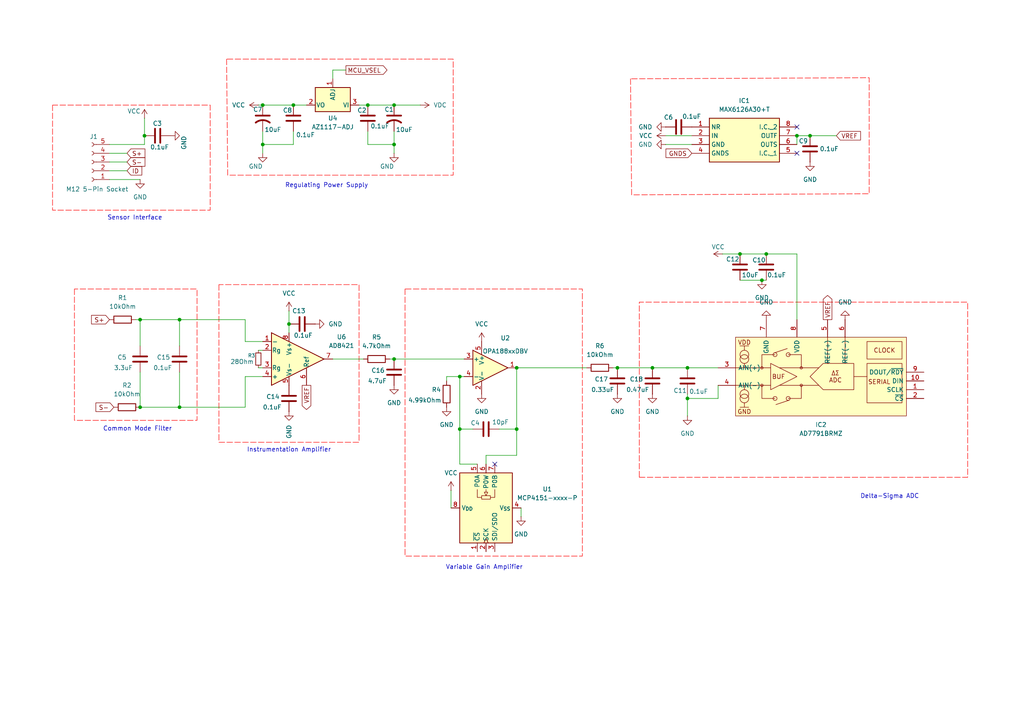
<source format=kicad_sch>
(kicad_sch (version 20250114) (generator "eeschema") (generator_version "9.0")
  (paper "A4")
  (title_block (title "Innovatest Mobile Force Verification Unit Measurement Chain") (date "2025-11-20") (rev "3.0") (comment 1 "Author: Justin Julius Chin Cheong"))
  (lib_symbols
    (symbol "Amplifier_Instrumentation:AD8421" (pin_names (offset 0.127))
      (property "Reference" "U" (at 3.81 7.62 0))
      (property "Value" "AD8421" (at 3.81 5.08 0))
      (symbol "AD8421_0_1"
        (polyline (pts (xy -7.62 7.62) (xy -7.62 -7.62) (xy 7.62 0) (xy -7.62 7.62)) (stroke (width 0.254)) (fill (type background)))
      )
      (symbol "AD8421_1_1"
        (pin input line (at -10.16 5.08 0) (length 2.54) (name "-") (number "1"))
        (pin passive line (at -10.16 2.54 0) (length 2.54) (name "Rg") (number "2"))
        (pin passive line (at -10.16 -2.54 0) (length 2.54) (name "Rg") (number "3"))
        (pin input line (at -10.16 -5.08 0) (length 2.54) (name "+") (number "4"))
        (pin power_in line (at -2.54 7.62 270) (length 2.54) (name "Vs+") (number "8"))
        (pin power_in line (at -2.54 -7.62 90) (length 2.54) (name "Vs-") (number "5"))
        (pin passive line (at 2.54 -7.62 90) (length 5.08) (name "Ref") (number "6"))
        (pin output line (at 10.16 0 180) (length 2.54) (name "~") (number "7"))
      )
    )
    (symbol "Amplifier_Operational:OPA188xxDBV" (pin_names (offset 0.127))
      (property "Reference" "U" (at 0 5.08 0))
      (property "Value" "OPA188xxDBV" (at 0 -5.08 0))
      (symbol "OPA188xxDBV_0_1"
        (polyline (pts (xy -5.08 5.08) (xy 5.08 0) (xy -5.08 -5.08) (xy -5.08 5.08)) (stroke (width 0.254)) (fill (type background)))
        (pin power_in line (at -2.54 7.62 270) (length 3.81) (name "V+") (number "5"))
        (pin power_in line (at -2.54 -7.62 90) (length 3.81) (name "V-") (number "2"))
      )
      (symbol "OPA188xxDBV_1_1"
        (pin input line (at -7.62 2.54 0) (length 2.54) (name "+") (number "3"))
        (pin input line (at -7.62 -2.54 0) (length 2.54) (name "-") (number "4"))
        (pin output line (at 7.62 0 180) (length 2.54) (name "~") (number "1"))
      )
    )
    (symbol "Connector:Conn_01x05_Socket" (pin_names (offset 1.016) (hide yes))
      (property "Reference" "J" (at 0 7.62 0))
      (property "Value" "Conn_01x05_Socket" (at 0 -7.62 0))
      (symbol "Conn_01x05_Socket_1_1"
        (polyline (pts (xy -1.27 5.08) (xy -0.508 5.08)) (stroke (width 0.1524)))
        (polyline (pts (xy -1.27 2.54) (xy -0.508 2.54)) (stroke (width 0.1524)))
        (polyline (pts (xy -1.27 0) (xy -0.508 0)) (stroke (width 0.1524)))
        (polyline (pts (xy -1.27 -2.54) (xy -0.508 -2.54)) (stroke (width 0.1524)))
        (polyline (pts (xy -1.27 -5.08) (xy -0.508 -5.08)) (stroke (width 0.1524)))
        (arc (start 0 4.572) (mid -0.5058 5.08) (end 0 5.588) (stroke (width 0.1524)))
        (arc (start 0 2.032) (mid -0.5058 2.54) (end 0 3.048) (stroke (width 0.1524)))
        (arc (start 0 -0.508) (mid -0.5058 0) (end 0 0.508) (stroke (width 0.1524)))
        (arc (start 0 -3.048) (mid -0.5058 -2.54) (end 0 -2.032) (stroke (width 0.1524)))
        (arc (start 0 -5.588) (mid -0.5058 -5.08) (end 0 -4.572) (stroke (width 0.1524)))
        (pin passive line (at -5.08 5.08 0) (length 3.81) (name "Pin_1") (number "1"))
        (pin passive line (at -5.08 2.54 0) (length 3.81) (name "Pin_2") (number "2"))
        (pin passive line (at -5.08 0 0) (length 3.81) (name "Pin_3") (number "3"))
        (pin passive line (at -5.08 -2.54 0) (length 3.81) (name "Pin_4") (number "4"))
        (pin passive line (at -5.08 -5.08 0) (length 3.81) (name "Pin_5") (number "5"))
      )
    )
    (symbol "Device:C" (pin_numbers (hide yes)) (pin_names (offset 0.254))
      (property "Reference" "C" (at 0.635 2.54 0))
      (property "Value" "C" (at 0.635 -2.54 0))
      (symbol "C_0_1"
        (polyline (pts (xy -2.032 0.762) (xy 2.032 0.762)) (stroke (width 0.508)))
        (polyline (pts (xy -2.032 -0.762) (xy 2.032 -0.762)) (stroke (width 0.508)))
      )
      (symbol "C_1_1"
        (pin passive line (at 0 3.81 270) (length 2.794) (name "~") (number "1"))
        (pin passive line (at 0 -3.81 90) (length 2.794) (name "~") (number "2"))
      )
    )
    (symbol "Device:C_US" (pin_numbers (hide yes)) (pin_names (offset 0.254) (hide yes))
      (property "Reference" "C" (at 0.635 2.54 0))
      (property "Value" "C_US" (at 0.635 -2.54 0))
      (symbol "C_US_0_1"
        (polyline (pts (xy -2.032 0.762) (xy 2.032 0.762)) (stroke (width 0.508)))
        (arc (start -2.032 -1.27) (mid 0 -0.5572) (end 2.032 -1.27) (stroke (width 0.508)))
      )
      (symbol "C_US_1_1"
        (pin passive line (at 0 3.81 270) (length 2.794) (name "~") (number "1"))
        (pin passive line (at 0 -3.81 90) (length 3.302) (name "~") (number "2"))
      )
    )
    (symbol "Device:R" (pin_numbers (hide yes)) (pin_names (offset 0))
      (property "Reference" "R" (at 2.032 0 90))
      (property "Value" "R" (at 0 0 90))
      (symbol "R_0_1"
        (rectangle (start -1.016 -2.54) (end 1.016 2.54) (stroke (width 0.254)))
      )
      (symbol "R_1_1"
        (pin passive line (at 0 3.81 270) (length 1.27) (name "~") (number "1"))
        (pin passive line (at 0 -3.81 90) (length 1.27) (name "~") (number "2"))
      )
    )
    (symbol "Device:R_Small" (pin_numbers (hide yes)) (pin_names (offset 0.254) (hide yes))
      (property "Reference" "R" (at 0 0 90))
      (property "Value" "R_Small" (at 1.778 0 90))
      (symbol "R_Small_0_1"
        (rectangle (start -0.762 1.778) (end 0.762 -1.778) (stroke (width 0.2032)))
      )
      (symbol "R_Small_1_1"
        (pin passive line (at 0 2.54 270) (length 0.762) (name "~") (number "1"))
        (pin passive line (at 0 -2.54 90) (length 0.762) (name "~") (number "2"))
      )
    )
    (symbol "MAX6126A30+T:MAX6126A30+T"
      (property "Reference" "IC" (at 26.67 7.62 0))
      (property "Value" "MAX6126A30+T" (at 26.67 5.08 0))
      (symbol "MAX6126A30+T_1_1"
        (rectangle (start 5.08 2.54) (end 25.4 -10.16) (stroke (width 0.254)) (fill (type background)))
        (pin passive line (at 0 0 0) (length 5.08) (name "NR") (number "1"))
        (pin passive line (at 0 -2.54 0) (length 5.08) (name "IN") (number "2"))
        (pin passive line (at 0 -5.08 0) (length 5.08) (name "GND") (number "3"))
        (pin passive line (at 0 -7.62 0) (length 5.08) (name "GNDS") (number "4"))
        (pin passive line (at 30.48 0 180) (length 5.08) (name "I.C._2") (number "8"))
        (pin passive line (at 30.48 -2.54 180) (length 5.08) (name "OUTF") (number "7"))
        (pin passive line (at 30.48 -5.08 180) (length 5.08) (name "OUTS") (number "6"))
        (pin passive line (at 30.48 -7.62 180) (length 5.08) (name "I.C._1") (number "5"))
      )
    )
    (symbol "Potentiometer_Digital:MCP4151-xxxx-P"
      (property "Reference" "U" (at 2.54 11.43 0))
      (property "Value" "MCP4151-xxxx-P" (at 2.54 8.89 0))
      (symbol "MCP4151-xxxx-P_0_0"
        (pin input line (at -12.7 2.54 0) (length 2.54) (name "~{CS}") (number "1"))
        (pin input clock (at -12.7 0 0) (length 2.54) (name "SCK") (number "2"))
        (pin bidirectional line (at -12.7 -2.54 0) (length 2.54) (name "SDI/SDO") (number "3"))
        (pin power_in line (at 0 10.16 270) (length 2.54) (name "V_{DD}") (number "8"))
        (pin power_in line (at 0 -10.16 90) (length 2.54) (name "V_{SS}") (number "4"))
        (pin passive line (at 12.7 2.54 180) (length 2.54) (name "P0A") (number "5"))
        (pin passive line (at 12.7 0 180) (length 2.54) (name "P0W") (number "6"))
        (pin passive line (at 12.7 -2.54 180) (length 2.54) (name "P0B") (number "7"))
      )
      (symbol "MCP4151-xxxx-P_0_1"
        (rectangle (start 2.54 1.27) (end 3.556 -1.27))
        (polyline (pts (xy 3.048 -1.27) (xy 3.048 -2.54) (xy 5.334 -2.54)))
        (polyline (pts (xy 4.572 0.508) (xy 3.556 0) (xy 4.572 -0.508) (xy 4.572 0.508)))
        (polyline (pts (xy 4.572 0) (xy 5.334 0)))
        (polyline (pts (xy 5.334 2.54) (xy 3.048 2.54) (xy 3.048 1.27)))
      )
      (symbol "MCP4151-xxxx-P_1_1"
        (rectangle (start -10.16 7.62) (end 10.16 -7.62) (stroke (width 0.254)) (fill (type background)))
      )
    )
    (symbol "Regulator_Linear:AZ1117-ADJ" (pin_names (offset 0.254))
      (property "Reference" "U" (at -3.81 3.175 0))
      (property "Value" "AZ1117-ADJ" (at 0 3.175 0))
      (symbol "AZ1117-ADJ_0_1"
        (rectangle (start -5.08 1.905) (end 5.08 -5.08) (stroke (width 0.254)) (fill (type background)))
      )
      (symbol "AZ1117-ADJ_1_1"
        (pin power_in line (at -7.62 0 0) (length 2.54) (name "VI") (number "3"))
        (pin input line (at 0 -7.62 90) (length 2.54) (name "ADJ") (number "1"))
        (pin power_out line (at 7.62 0 180) (length 2.54) (name "VO") (number "2"))
      )
    )
    (symbol "gp-components:AD7791BRMZ" (pin_names (offset 0.762))
      (property "Reference" "IC" (at 45.72 12.7 0))
      (property "Value" "AD7791BRMZ" (at 45.72 10.16 0))
      (symbol "AD7791BRMZ_0_1"
        (polyline (pts (xy -6.35 2.54) (xy 3.81 2.54)))
        (polyline (pts (xy -6.35 -2.54) (xy 3.81 -2.54)))
        (polyline (pts (xy -5.08 8.89) (xy -2.54 8.89)))
        (polyline (pts (xy -3.81 7.62) (xy -3.81 8.89)))
        (circle (center -3.81 6.35) (radius 1.27))
        (circle (center -3.81 5.08) (radius 1.27))
        (polyline (pts (xy -3.81 2.54) (xy -3.81 3.81)))
        (polyline (pts (xy -3.81 -2.54) (xy -3.81 -3.81)))
        (circle (center -3.81 -5.08) (radius 1.27))
        (circle (center -3.81 -6.35) (radius 1.27))
        (polyline (pts (xy -3.81 -7.62) (xy -3.81 -8.89)))
        (polyline (pts (xy -2.54 -8.89) (xy -5.08 -8.89)))
        (polyline (pts (xy 1.27 2.54) (xy 1.27 6.35) (xy 5.08 6.35)))
        (circle (center 1.27 2.54) (radius 0.3592))
        (polyline (pts (xy 1.27 -2.54) (xy 1.27 -6.35) (xy 5.08 -6.35)))
        (circle (center 1.27 -2.54) (radius 0.3592))
        (polyline (pts (xy 3.81 3.81) (xy 3.81 -3.81) (xy 11.43 0) (xy 3.81 3.81)))
        (polyline (pts (xy 4.826 6.858) (xy 8.636 8.128)))
        (circle (center 5.08 6.35) (radius 0.568))
        (circle (center 5.08 -6.35) (radius 0.568))
        (polyline (pts (xy 6.35 2.54) (xy 17.78 2.54)))
        (polyline (pts (xy 6.35 -2.54) (xy 17.78 -2.54)))
        (circle (center 8.89 6.35) (radius 0.568))
        (circle (center 8.89 -6.35) (radius 0.568))
        (polyline (pts (xy 9.144 -6.858) (xy 5.334 -8.128)))
        (polyline (pts (xy 12.7 2.54) (xy 12.7 6.35) (xy 8.89 6.35)))
        (circle (center 12.7 2.54) (radius 0.3592))
        (polyline (pts (xy 12.7 -2.54) (xy 12.7 -6.35) (xy 8.89 -6.35)))
        (circle (center 12.7 -2.54) (radius 0.3592))
        (polyline (pts (xy 15.24 0) (xy 19.05 3.81) (xy 27.94 3.81) (xy 27.94 -3.81) (xy 19.05 -3.81) (xy 15.24 0)))
        (polyline (pts (xy 20.32 11.43) (xy 20.32 3.81) (xy 20.574 3.81)))
        (polyline (pts (xy 25.4 11.684) (xy 25.4 3.81)))
        (polyline (pts (xy 27.94 0) (xy 31.75 0)))
        (rectangle (start 31.75 10.16) (end 41.91 5.08))
        (rectangle (start 31.75 3.81) (end 41.91 -7.62))
      )
      (symbol "AD7791BRMZ_1_0"
        (pin input line (at -11.43 2.54 0) (length 5.08) (name "AIN(+)") (number "3"))
        (pin input line (at -11.43 -2.54 0) (length 5.08) (name "AIN(-)") (number "4"))
        (pin power_in line (at 2.54 16.51 270) (length 5.08) (name "GND") (number "7"))
        (pin power_in line (at 11.43 16.51 270) (length 5.08) (name "VDD") (number "8"))
        (pin input line (at 20.32 16.51 270) (length 5.08) (name "REF(+)") (number "5"))
        (pin input line (at 25.4 16.51 270) (length 5.08) (name "REF(-)") (number "6"))
        (pin output line (at 48.26 1.27 180) (length 5.08) (name "DOUT/~{RDY}") (number "9"))
        (pin input line (at 48.26 -1.27 180) (length 5.08) (name "DIN") (number "10"))
        (pin input line (at 48.26 -3.81 180) (length 5.08) (name "SCLK") (number "1"))
        (pin input line (at 48.26 -6.35 180) (length 5.08) (name "~{CS}") (number "2"))
      )
      (symbol "AD7791BRMZ_1_1"
        (polyline (pts (xy -6.35 11.43) (xy 43.18 11.43) (xy 43.18 -11.43) (xy -6.35 -11.43) (xy -6.35 11.43)) (stroke (width 0.1524)) (fill (type background)))
        (text "VDD" (at -3.81 9.906 0) (effects (font (size 1.27 1.27))))
        (text "GND\n" (at -3.81 -10.16 0) (effects (font (size 1.27 1.27))))
        (text "BUF\n" (at 6.096 0 0) (effects (font (size 1.27 1.27))))
        (text "ΔΣ\nADC" (at 22.606 0 0) (effects (font (size 1.27 1.27))))
        (text "SERIAL" (at 35.306 -1.524 0) (effects (font (size 1.27 1.27))))
        (text "CLOCK" (at 36.83 7.62 0) (effects (font (size 1.27 1.27))))
      )
    )
    (symbol "power:GND" (power) (pin_numbers (hide yes)) (pin_names (offset 0) (hide yes))
      (property "Value" "GND" (at 0 -3.81 0))
      (symbol "GND_0_1"
        (polyline (pts (xy 0 0) (xy 0 -1.27) (xy 1.27 -1.27) (xy 0 -2.54) (xy -1.27 -1.27) (xy 0 -1.27)))
      )
      (symbol "GND_1_1"
        (pin power_in line (at 0 0 270) (length 0) (name "~") (number "1"))
      )
    )
    (symbol "power:VCC" (power) (pin_numbers (hide yes)) (pin_names (offset 0) (hide yes))
      (property "Value" "VCC" (at 0 3.556 0))
      (symbol "VCC_0_1"
        (polyline (pts (xy -0.762 1.27) (xy 0 2.54)))
        (polyline (pts (xy 0 2.54) (xy 0.762 1.27)))
        (polyline (pts (xy 0 0) (xy 0 2.54)))
      )
      (symbol "VCC_1_1"
        (pin power_in line (at 0 0 90) (length 0) (name "~") (number "1"))
      )
    )
  )
  (text "Instrumentation Amplifier" (at 83.82 130.556 0) (effects (font (size 1.27 1.27))))
  (text "Common Mode Filter" (at 39.878 124.46 0) (effects (font (size 1.27 1.27))))
  (text "Variable Gain Amplifier\n" (at 140.462 164.592 0) (effects (font (size 1.27 1.27))))
  (text "Regulating Power Supply\n" (at 94.742 53.848 0) (effects (font (size 1.27 1.27))))
  (text "Delta-Sigma ADC" (at 258.064 144.018 0) (effects (font (size 1.27 1.27))))
  (text "Sensor Interface" (at 39.116 63.246 0) (effects (font (size 1.27 1.27))))
  (junction (at 133.35 124.46))
  (junction (at 76.2 41.91))
  (junction (at 85.09 30.48))
  (junction (at 199.39 106.68))
  (junction (at 52.07 92.71))
  (junction (at 133.35 109.22))
  (junction (at 76.2 30.48))
  (junction (at 114.3 41.91))
  (junction (at 41.91 39.37))
  (junction (at 106.68 30.48))
  (junction (at 231.14 39.37))
  (junction (at 220.98 81.28))
  (junction (at 234.95 39.37))
  (junction (at 40.64 92.71))
  (junction (at 149.86 124.46))
  (junction (at 83.82 93.98))
  (junction (at 114.3 30.48))
  (junction (at 214.63 73.66))
  (junction (at 179.07 106.68))
  (junction (at 199.39 115.57))
  (junction (at 114.3 104.14))
  (junction (at 149.86 106.68))
  (junction (at 189.23 106.68))
  (junction (at 40.64 118.11))
  (junction (at 222.25 73.66))
  (junction (at 52.07 118.11))
  (no_connect (at 231.14 44.45))
  (no_connect (at 231.14 36.83))
  (no_connect (at 143.51 134.62))
  (wire (pts (xy 85.09 38.1) (xy 85.09 41.91)))
  (wire (pts (xy 83.82 90.17) (xy 83.82 93.98)))
  (wire (pts (xy 199.39 115.57) (xy 208.28 115.57)))
  (wire (pts (xy 40.64 92.71) (xy 39.37 92.71)))
  (wire (pts (xy 106.68 30.48) (xy 114.3 30.48)))
  (wire (pts (xy 134.62 109.22) (xy 133.35 109.22)))
  (wire (pts (xy 193.04 41.91) (xy 200.66 41.91)))
  (wire (pts (xy 114.3 30.48) (xy 121.92 30.48)))
  (wire (pts (xy 114.3 41.91) (xy 114.3 38.1)))
  (wire (pts (xy 71.12 118.11) (xy 71.12 109.22)))
  (wire (pts (xy 133.35 124.46) (xy 137.16 124.46)))
  (wire (pts (xy 76.2 30.48) (xy 85.09 30.48)))
  (wire (pts (xy 104.14 30.48) (xy 106.68 30.48)))
  (wire (pts (xy 114.3 41.91) (xy 114.3 44.45)))
  (wire (pts (xy 36.83 49.53) (xy 31.75 49.53)))
  (wire (pts (xy 242.57 39.37) (xy 234.95 39.37)))
  (wire (pts (xy 40.64 107.95) (xy 40.64 118.11)))
  (wire (pts (xy 231.14 39.37) (xy 234.95 39.37)))
  (wire (pts (xy 96.52 104.14) (xy 105.41 104.14)))
  (wire (pts (xy 36.83 44.45) (xy 31.75 44.45)))
  (wire (pts (xy 40.64 92.71) (xy 40.64 100.33)))
  (wire (pts (xy 71.12 99.06) (xy 76.2 99.06)))
  (wire (pts (xy 193.04 39.37) (xy 200.66 39.37)))
  (wire (pts (xy 231.14 39.37) (xy 231.14 41.91)))
  (wire (pts (xy 41.91 34.29) (xy 41.91 39.37)))
  (wire (pts (xy 149.86 124.46) (xy 149.86 132.08)))
  (wire (pts (xy 138.43 134.62) (xy 133.35 134.62)))
  (wire (pts (xy 199.39 106.68) (xy 208.28 106.68)))
  (wire (pts (xy 96.52 20.32) (xy 96.52 22.86)))
  (wire (pts (xy 133.35 124.46) (xy 133.35 109.22)))
  (wire (pts (xy 76.2 41.91) (xy 76.2 38.1)))
  (wire (pts (xy 199.39 115.57) (xy 199.39 114.3)))
  (wire (pts (xy 85.09 30.48) (xy 88.9 30.48)))
  (wire (pts (xy 214.63 73.66) (xy 222.25 73.66)))
  (wire (pts (xy 129.54 109.22) (xy 129.54 110.49)))
  (wire (pts (xy 83.82 93.98) (xy 83.82 96.52)))
  (wire (pts (xy 76.2 41.91) (xy 85.09 41.91)))
  (wire (pts (xy 222.25 81.28) (xy 220.98 81.28)))
  (wire (pts (xy 151.13 149.86) (xy 151.13 147.32)))
  (wire (pts (xy 52.07 107.95) (xy 52.07 118.11)))
  (wire (pts (xy 31.75 52.07) (xy 40.64 52.07)))
  (wire (pts (xy 149.86 106.68) (xy 149.86 124.46)))
  (wire (pts (xy 71.12 92.71) (xy 71.12 99.06)))
  (wire (pts (xy 40.64 92.71) (xy 52.07 92.71)))
  (wire (pts (xy 133.35 134.62) (xy 133.35 124.46)))
  (wire (pts (xy 149.86 132.08) (xy 140.97 132.08)))
  (wire (pts (xy 149.86 106.68) (xy 170.18 106.68)))
  (wire (pts (xy 106.68 41.91) (xy 114.3 41.91)))
  (wire (pts (xy 52.07 92.71) (xy 52.07 100.33)))
  (wire (pts (xy 231.14 73.66) (xy 231.14 92.71)))
  (wire (pts (xy 100.33 20.32) (xy 96.52 20.32)))
  (wire (pts (xy 209.55 73.66) (xy 214.63 73.66)))
  (wire (pts (xy 113.03 104.14) (xy 114.3 104.14)))
  (wire (pts (xy 52.07 92.71) (xy 71.12 92.71)))
  (wire (pts (xy 208.28 115.57) (xy 208.28 111.76)))
  (wire (pts (xy 144.78 124.46) (xy 149.86 124.46)))
  (wire (pts (xy 199.39 115.57) (xy 199.39 120.65)))
  (wire (pts (xy 36.83 46.99) (xy 31.75 46.99)))
  (wire (pts (xy 231.14 73.66) (xy 222.25 73.66)))
  (wire (pts (xy 40.64 118.11) (xy 52.07 118.11)))
  (wire (pts (xy 114.3 104.14) (xy 134.62 104.14)))
  (wire (pts (xy 74.93 106.68) (xy 76.2 106.68)))
  (wire (pts (xy 71.12 118.11) (xy 52.07 118.11)))
  (wire (pts (xy 74.93 101.6) (xy 76.2 101.6)))
  (wire (pts (xy 41.91 39.37) (xy 41.91 41.91)))
  (wire (pts (xy 177.8 106.68) (xy 179.07 106.68)))
  (wire (pts (xy 189.23 106.68) (xy 199.39 106.68)))
  (wire (pts (xy 106.68 38.1) (xy 106.68 41.91)))
  (wire (pts (xy 179.07 106.68) (xy 189.23 106.68)))
  (wire (pts (xy 140.97 132.08) (xy 140.97 134.62)))
  (wire (pts (xy 31.75 41.91) (xy 41.91 41.91)))
  (wire (pts (xy 74.93 30.48) (xy 76.2 30.48)))
  (wire (pts (xy 130.81 142.24) (xy 130.81 147.32)))
  (wire (pts (xy 71.12 109.22) (xy 76.2 109.22)))
  (wire (pts (xy 214.63 81.28) (xy 220.98 81.28)))
  (wire (pts (xy 133.35 109.22) (xy 129.54 109.22)))
  (wire (pts (xy 76.2 41.91) (xy 76.2 44.45)))
  (global_label "S+" (shape input) (at 36.83 44.45 0) (property "Intersheetrefs" "${INTERSHEET_REFS}" (effects (hide yes))))
  (global_label "VREF" (shape output) (at 88.9 111.76 270) (property "Intersheetrefs" "${INTERSHEET_REFS}" (effects (hide yes))))
  (global_label "GNDS" (shape input) (at 200.66 44.45 180) (property "Intersheetrefs" "${INTERSHEET_REFS}" (effects (hide yes))))
  (global_label "S+" (shape input) (at 31.75 92.71 180) (property "Intersheetrefs" "${INTERSHEET_REFS}" (effects (hide yes))))
  (global_label "VREF" (shape input) (at 242.57 39.37 0) (property "Intersheetrefs" "${INTERSHEET_REFS}" (effects (hide yes))))
  (global_label "ID" (shape input) (at 36.83 49.53 0) (property "Intersheetrefs" "${INTERSHEET_REFS}" (effects (hide yes))))
  (global_label "VREF" (shape output) (at 240.03 92.71 90) (property "Intersheetrefs" "${INTERSHEET_REFS}" (effects (hide yes))))
  (global_label "MCU_VSEL" (shape output) (at 100.33 20.32 0) (property "Intersheetrefs" "${INTERSHEET_REFS}" (effects (hide yes))))
  (global_label "S-" (shape input) (at 33.02 118.11 180) (property "Intersheetrefs" "${INTERSHEET_REFS}" (effects (hide yes))))
  (global_label "S-" (shape input) (at 36.83 46.99 0) (property "Intersheetrefs" "${INTERSHEET_REFS}" (effects (hide yes))))
  (rule_area (polyline (pts (xy 185.42 138.43) (xy 280.67 138.43) (xy 280.67 87.63) (xy 185.42 87.63)) (stroke (width 0) (type dash))))
  (rule_area (polyline (pts (xy 117.475 83.82) (xy 117.475 161.29) (xy 168.91 161.29) (xy 168.91 83.82)) (stroke (width 0) (type dash))))
  (rule_area (polyline (pts (xy 21.59 83.82) (xy 21.59 121.92) (xy 57.15 121.92) (xy 57.15 83.82)) (stroke (width 0) (type dash))))
  (rule_area (polyline (pts (xy 65.7225 17.145) (xy 66.04 50.8) (xy 131.445 50.8) (xy 131.445 17.145)) (stroke (width 0) (type dash))))
  (rule_area (polyline (pts (xy 15.24 30.48) (xy 15.24 60.96) (xy 60.96 60.96) (xy 60.96 30.48)) (stroke (width 0) (type dash))))
  (rule_area (polyline (pts (xy 182.88 22.86) (xy 183.1975 56.515) (xy 252.0949 56.1975) (xy 252.0949 22.5425)) (stroke (width 0) (type dash))))
  (rule_area (polyline (pts (xy 63.5 82.55) (xy 63.5 128.27) (xy 104.14 128.27) (xy 104.14 82.55)) (stroke (width 0) (type dash))))
  (symbol (lib_id "Device:C") (at 114.3 107.95 0) (unit 1)
    (property "Reference" "C16" (at 107.696 107.442 0) (effects (justify left)))
    (property "Value" "4.7uF" (at 106.68 110.49 0) (effects (justify left)))
    (property "Description" "Unpolarized capacitor" (effects (hide yes)))
  )
  (symbol (lib_id "power:GND") (at 199.39 120.65 0) (unit 1)
    (property "Reference" "#PWR018" (effects (hide yes)))
    (property "Value" "GND" (at 199.39 125.73 0))
    (property "Description" "Power symbol creates a global label with name \"GND\" , ground" (effects (hide yes)))
  )
  (symbol (lib_id "Device:C") (at 45.72 39.37 90) (unit 1)
    (property "Reference" "C3" (at 46.99 35.814 90) (effects (justify left)))
    (property "Value" "0.1uF" (at 49.022 42.672 90) (effects (justify left)))
    (property "Description" "Unpolarized capacitor" (effects (hide yes)))
  )
  (symbol (lib_id "power:GND") (at 139.7 114.3 0) (unit 1)
    (property "Reference" "#PWR020" (effects (hide yes)))
    (property "Value" "GND" (at 139.7 119.38 0))
    (property "Description" "Power symbol creates a global label with name \"GND\" , ground" (effects (hide yes)))
  )
  (symbol (lib_id "Device:R") (at 173.99 106.68 270) (unit 1)
    (property "Reference" "R6" (at 173.99 100.33 90))
    (property "Value" "10kOhm" (at 173.99 102.87 90))
    (property "Description" "Resistor" (effects (hide yes)))
  )
  (symbol (lib_id "power:GND") (at 193.04 36.83 270) (unit 1)
    (property "Reference" "#PWR011" (effects (hide yes)))
    (property "Value" "GND" (at 189.23 36.8299 90) (effects (justify right)))
    (property "Description" "Power symbol creates a global label with name \"GND\" , ground" (effects (hide yes)))
  )
  (symbol (lib_id "MAX6126A30+T:MAX6126A30+T") (at 200.66 36.83 0) (unit 1)
    (property "Reference" "IC1" (at 215.9 29.21 0))
    (property "Value" "MAX6126A30+T" (at 215.9 31.75 0))
    (property "Footprint" "SOP65P490X110-8N" (effects (hide yes)))
    (property "Datasheet" "https://datasheets.maximintegrated.com/en/ds/MAX6126.pdf" (effects (hide yes)))
    (property "Description" "Voltage References Ultra-High-Precision Ultra-Low-Noise" (effects (hide yes)))
    (property "Height" "1.1" (effects (hide yes)))
    (property "Mouser Part Number" "700-MAX6126A30T" (effects (hide yes)))
    (property "Mouser Price/Stock" "https://www.mouser.co.uk/ProductDetail/Analog-Devices-Maxim-Integrated/MAX6126A30%2bT?qs=GxOUx7aO6nz7u5ex3tMmZQ%3D%3D" (effects (hide yes)))
    (property "Manufacturer_Name" "Analog Devices" (effects (hide yes)))
    (property "Manufacturer_Part_Number" "MAX6126A30+T" (effects (hide yes)))
  )
  (symbol (lib_id "power:GND") (at 83.82 119.38 0) (unit 1)
    (property "Reference" "#PWR021" (effects (hide yes)))
    (property "Value" "GND" (at 83.8201 123.19 90) (effects (justify right)))
    (property "Description" "Power symbol creates a global label with name \"GND\" , ground" (effects (hide yes)))
  )
  (symbol (lib_id "power:GND") (at 151.13 149.86 0) (unit 1)
    (property "Reference" "#PWR024" (effects (hide yes)))
    (property "Value" "GND" (at 151.13 154.94 0))
    (property "Description" "Power symbol creates a global label with name \"GND\" , ground" (effects (hide yes)))
  )
  (symbol (lib_id "power:GND") (at 189.23 114.3 0) (unit 1)
    (property "Reference" "#PWR014" (effects (hide yes)))
    (property "Value" "GND" (at 189.23 119.38 0))
    (property "Description" "Power symbol creates a global label with name \"GND\" , ground" (effects (hide yes)))
  )
  (symbol (lib_id "Device:C") (at 140.97 124.46 90) (unit 1)
    (property "Reference" "C4" (at 139.192 122.682 90) (effects (justify left)))
    (property "Value" "10pF" (at 147.574 122.428 90) (effects (justify left)))
    (property "Description" "Unpolarized capacitor" (effects (hide yes)))
  )
  (symbol (lib_id "power:VCC") (at 83.82 90.17 0) (unit 1)
    (property "Reference" "#PWR07" (effects (hide yes)))
    (property "Value" "VCC" (at 83.82 85.09 0))
    (property "Description" "Power symbol creates a global label with name \"VCC\"" (effects (hide yes)))
  )
  (symbol (lib_id "power:GND") (at 114.3 44.45 0) (unit 1)
    (property "Reference" "#PWR01" (effects (hide yes)))
    (property "Value" "GND" (at 114.3001 48.26 0) (effects (justify right)))
    (property "Description" "Power symbol creates a global label with name \"GND\" , ground" (effects (hide yes)))
  )
  (symbol (lib_id "Device:C") (at 196.85 36.83 270) (unit 1)
    (property "Reference" "C6" (at 192.532 34.036 90) (effects (justify left)))
    (property "Value" "0.1uF" (at 197.866 33.782 90) (effects (justify left)))
    (property "Description" "Unpolarized capacitor" (effects (hide yes)))
  )
  (symbol (lib_id "Device:C") (at 189.23 110.49 0) (unit 1)
    (property "Reference" "C18" (at 182.626 109.982 0) (effects (justify left)))
    (property "Value" "0.47uF" (at 181.61 113.03 0) (effects (justify left)))
    (property "Description" "Unpolarized capacitor" (effects (hide yes)))
  )
  (symbol (lib_id "power:GND") (at 91.44 93.98 90) (unit 1)
    (property "Reference" "#PWR019" (effects (hide yes)))
    (property "Value" "GND" (at 95.25 93.9799 90) (effects (justify right)))
    (property "Description" "Power symbol creates a global label with name \"GND\" , ground" (effects (hide yes)))
  )
  (symbol (lib_id "Potentiometer_Digital:MCP4151-xxxx-P") (at 140.97 147.32 90) (unit 1)
    (property "Reference" "U1" (at 158.75 141.8746 90))
    (property "Value" "MCP4151-xxxx-P" (at 158.75 144.4146 90))
    (property "Footprint" "Package_DIP:DIP-8_W7.62mm" (effects (hide yes)))
    (property "Datasheet" "https://ww1.microchip.com/downloads/aemDocuments/documents/OTH/ProductDocuments/DataSheets/22060b.pdf" (effects (hide yes)))
    (property "Description" "Single Digital Potentiometer, SPI interface, 257 taps, 5/10/50/100 kohm, volatile memory" (effects (hide yes)))
  )
  (symbol (lib_id "Device:C") (at 83.82 115.57 0) (unit 1)
    (property "Reference" "C14" (at 77.216 115.062 0) (effects (justify left)))
    (property "Value" "0.1uF" (at 76.2 118.11 0) (effects (justify left)))
    (property "Description" "Unpolarized capacitor" (effects (hide yes)))
  )
  (symbol (lib_id "power:VCC") (at 193.04 39.37 90) (unit 1)
    (property "Reference" "#PWR010" (effects (hide yes)))
    (property "Value" "VCC" (at 189.23 39.3699 90) (effects (justify left)))
    (property "Description" "Power symbol creates a global label with name \"VCC\"" (effects (hide yes)))
  )
  (symbol (lib_id "Amplifier_Instrumentation:AD8421") (at 86.36 104.14 0) (unit 1)
    (property "Reference" "U6" (at 99.06 97.7198 0))
    (property "Value" "AD8421" (at 99.06 100.2598 0))
    (property "Datasheet" "https://www.analog.com/media/en/technical-documentation/data-sheets/AD8421.pdf" (effects (hide yes)))
    (property "Description" "Single Low Power Instrumentation Amplifier, SOIC-8/MSOP-8" (effects (hide yes)))
  )
  (symbol (lib_id "Connector:Conn_01x05_Socket") (at 26.67 46.99 180) (unit 1)
    (property "Reference" "J1" (at 27.178 39.624 0))
    (property "Value" "M12 5-Pin Socket" (at 28.194 54.864 0))
    (property "Description" "Generic connector, single row, 01x05, script generated" (effects (hide yes)))
  )
  (symbol (lib_id "power:GND") (at 49.53 39.37 90) (unit 1)
    (property "Reference" "#PWR05" (effects (hide yes)))
    (property "Value" "GND" (at 53.34 39.3699 0) (effects (justify right)))
    (property "Description" "Power symbol creates a global label with name \"GND\" , ground" (effects (hide yes)))
  )
  (symbol (lib_id "power:GND") (at 222.25 92.71 180) (unit 1)
    (property "Reference" "#PWR015" (effects (hide yes)))
    (property "Value" "GND" (at 222.25 87.63 0))
    (property "Description" "Power symbol creates a global label with name \"GND\" , ground" (effects (hide yes)))
  )
  (symbol (lib_id "power:GND") (at 234.95 46.99 0) (unit 1)
    (property "Reference" "#PWR012" (effects (hide yes)))
    (property "Value" "GND" (at 234.95 52.07 0))
    (property "Description" "Power symbol creates a global label with name \"GND\" , ground" (effects (hide yes)))
  )
  (symbol (lib_id "power:VCC") (at 139.7 99.06 0) (unit 1)
    (property "Reference" "#PWR022" (effects (hide yes)))
    (property "Value" "VCC" (at 139.7 93.98 0))
    (property "Description" "Power symbol creates a global label with name \"VCC\"" (effects (hide yes)))
  )
  (symbol (lib_id "power:VCC") (at 74.93 30.48 90) (unit 1)
    (property "Reference" "#PWR04" (effects (hide yes)))
    (property "Value" "VCC" (at 71.12 30.4799 90) (effects (justify left)))
    (property "Description" "Power symbol creates a global label with name \"VCC\"" (effects (hide yes)))
  )
  (symbol (lib_id "power:GND") (at 40.64 52.07 0) (unit 1)
    (property "Reference" "#PWR03" (effects (hide yes)))
    (property "Value" "GND" (at 40.64 57.15 0))
    (property "Description" "Power symbol creates a global label with name \"GND\" , ground" (effects (hide yes)))
  )
  (symbol (lib_id "power:GND") (at 193.04 41.91 270) (unit 1)
    (property "Reference" "#PWR09" (effects (hide yes)))
    (property "Value" "GND" (at 189.23 41.9099 90) (effects (justify right)))
    (property "Description" "Power symbol creates a global label with name \"GND\" , ground" (effects (hide yes)))
  )
  (symbol (lib_id "Device:R_Small") (at 74.93 104.14 0) (unit 1)
    (property "Reference" "R3" (at 71.882 103.124 0) (effects (font (size 1.016 1.016)) (justify left)))
    (property "Value" "28Ohm" (at 66.802 104.902 0) (effects (justify left)))
    (property "Description" "Resistor, small symbol" (effects (hide yes)))
  )
  (symbol (lib_id "Device:C_US") (at 76.2 34.29 0) (unit 1)
    (property "Reference" "C7" (at 73.406 31.75 0) (effects (justify left)))
    (property "Value" "10uF" (at 76.708 37.592 0) (effects (justify left)))
    (property "Description" "capacitor, US symbol" (effects (hide yes)))
  )
  (symbol (lib_id "Device:C") (at 87.63 93.98 90) (unit 1)
    (property "Reference" "C13" (at 88.646 90.17 90) (effects (justify left)))
    (property "Value" "0.1uF" (at 90.678 97.282 90) (effects (justify left)))
    (property "Description" "Unpolarized capacitor" (effects (hide yes)))
  )
  (symbol (lib_id "Device:C") (at 214.63 77.47 0) (unit 1)
    (property "Reference" "C12" (at 210.566 75.184 0) (effects (justify left)))
    (property "Value" "10uF" (at 215.138 79.756 0) (effects (justify left)))
    (property "Description" "Unpolarized capacitor" (effects (hide yes)))
  )
  (symbol (lib_id "Device:C") (at 234.95 43.18 0) (unit 1)
    (property "Reference" "C9" (at 231.648 40.894 0) (effects (justify left)))
    (property "Value" "0.1uF" (at 237.744 43.18 0) (effects (justify left)))
    (property "Description" "Unpolarized capacitor" (effects (hide yes)))
  )
  (symbol (lib_id "Device:C") (at 222.25 77.47 0) (unit 1)
    (property "Reference" "C10" (at 218.186 75.438 0) (effects (justify left)))
    (property "Value" "0.1uF" (at 222.504 79.756 0) (effects (justify left)))
    (property "Description" "Unpolarized capacitor" (effects (hide yes)))
  )
  (symbol (lib_id "power:GND") (at 220.98 81.28 0) (unit 1)
    (property "Reference" "#PWR017" (effects (hide yes)))
    (property "Value" "GND" (at 220.98 86.36 0))
    (property "Description" "Power symbol creates a global label with name \"GND\" , ground" (effects (hide yes)))
  )
  (symbol (lib_id "power:VCC") (at 209.55 73.66 90) (unit 1)
    (property "Reference" "#PWR016" (effects (hide yes)))
    (property "Value" "VCC" (at 208.28 71.628 90))
    (property "Description" "Power symbol creates a global label with name \"VCC\"" (effects (hide yes)))
  )
  (symbol (lib_id "power:GND") (at 179.07 114.3 0) (unit 1)
    (property "Reference" "#PWR027" (effects (hide yes)))
    (property "Value" "GND" (at 179.07 119.38 0))
    (property "Description" "Power symbol creates a global label with name \"GND\" , ground" (effects (hide yes)))
  )
  (symbol (lib_id "Regulator_Linear:AZ1117-ADJ") (at 96.52 30.48 180) (unit 1)
    (property "Reference" "U4" (at 96.52 34.29 0))
    (property "Value" "AZ1117-ADJ" (at 96.52 36.83 0))
    (property "Datasheet" "https://www.diodes.com/assets/Datasheets/AZ1117.pdf" (effects (hide yes)))
    (property "Description" "1A 20V Adjustable LDO Linear Regulator, SOT-89/SOT-223/TO-220/TO-252/TO-263" (effects (hide yes)))
  )
  (symbol (lib_id "power:VCC") (at 130.81 142.24 0) (unit 1)
    (property "Reference" "#PWR025" (effects (hide yes)))
    (property "Value" "VCC" (at 130.81 137.16 0))
    (property "Description" "Power symbol creates a global label with name \"VCC\"" (effects (hide yes)))
  )
  (symbol (lib_id "Device:R") (at 36.83 118.11 90) (unit 1)
    (property "Reference" "R2" (at 36.83 111.76 90))
    (property "Value" "10kOhm" (at 36.83 114.3 90))
    (property "Description" "Resistor" (effects (hide yes)))
  )
  (symbol (lib_id "power:GND") (at 114.3 111.76 0) (unit 1)
    (property "Reference" "#PWR026" (effects (hide yes)))
    (property "Value" "GND" (at 114.3 116.84 0))
    (property "Description" "Power symbol creates a global label with name \"GND\" , ground" (effects (hide yes)))
  )
  (symbol (lib_id "Device:R") (at 109.22 104.14 270) (unit 1)
    (property "Reference" "R5" (at 109.22 97.79 90))
    (property "Value" "4.7kOhm" (at 109.22 100.33 90))
    (property "Description" "Resistor" (effects (hide yes)))
  )
  (symbol (lib_id "Device:C") (at 106.68 34.29 0) (unit 1)
    (property "Reference" "C2" (at 103.632 32.004 0) (effects (justify left)))
    (property "Value" "0.1uF" (at 107.442 36.576 0) (effects (justify left)))
    (property "Description" "Unpolarized capacitor" (effects (hide yes)))
  )
  (symbol (lib_id "power:GND") (at 245.11 92.71 180) (unit 1)
    (property "Reference" "#PWR08" (effects (hide yes)))
    (property "Value" "GND" (at 245.11 87.63 0))
    (property "Description" "Power symbol creates a global label with name \"GND\" , ground" (effects (hide yes)))
  )
  (symbol (lib_id "power:GND") (at 129.54 118.11 0) (unit 1)
    (property "Reference" "#PWR023" (effects (hide yes)))
    (property "Value" "GND" (at 129.54 123.19 0))
    (property "Description" "Power symbol creates a global label with name \"GND\" , ground" (effects (hide yes)))
  )
  (symbol (lib_id "Device:C") (at 199.39 110.49 0) (unit 1)
    (property "Reference" "C11" (at 195.326 113.284 0) (effects (justify left)))
    (property "Value" "0.1uF" (at 199.898 113.538 0) (effects (justify left)))
    (property "Description" "Unpolarized capacitor" (effects (hide yes)))
  )
  (symbol (lib_id "gp-components:AD7791BRMZ") (at 219.71 109.22 0) (unit 1)
    (property "Reference" "IC2" (at 238.125 123.19 0))
    (property "Value" "AD7791BRMZ" (at 238.125 125.73 0))
    (property "Footprint" "SOP50P490X110-10N" (effects (hide yes)))
    (property "Datasheet" "http://www.analog.com/static/imported-files/data_sheets/AD7791.pdf" (effects (hide yes)))
    (property "Description" "AD7791BRMZ, 24-Bit Analogue to Digital Converter, Differential, SPI, 10-Pin MSOP" (effects (hide yes)))
    (property "Description_1" "AD7791BRMZ, 24-Bit Analogue to Digital Converter, Differential, SPI, 10-Pin MSOP" (effects (hide yes)))
    (property "Height" "1.1" (effects (hide yes)))
    (property "Mouser Part Number" "584-AD7791BRMZ" (effects (hide yes)))
    (property "Mouser Price/Stock" "https://www.mouser.co.uk/ProductDetail/Analog-Devices/AD7791BRMZ?qs=%2FtpEQrCGXCzm0ShIQ8q4ww%3D%3D" (effects (hide yes)))
    (property "Manufacturer_Name" "Analog Devices" (effects (hide yes)))
    (property "Manufacturer_Part_Number" "AD7791BRMZ" (effects (hide yes)))
  )
  (symbol (lib_id "Amplifier_Operational:OPA188xxDBV") (at 142.24 106.68 0) (unit 1)
    (property "Reference" "U2" (at 146.558 98.044 0))
    (property "Value" "OPA188xxDBV" (at 146.558 101.854 0))
    (property "Footprint" "Package_TO_SOT_SMD:TSOT-23-5" (effects (hide yes)))
    (property "Datasheet" "http://www.ti.com/lit/ds/symlink/opa188.pdf" (effects (hide yes)))
    (property "Description" "Zero-Drift, Precision, Low-Noise, Rail-to-Rail Output, 36-V Operational Amplifier, TSOT-23-5" (effects (hide yes)))
  )
  (symbol (lib_id "Device:C") (at 52.07 104.14 0) (unit 1)
    (property "Reference" "C15" (at 45.466 103.632 0) (effects (justify left)))
    (property "Value" "0.1uF" (at 44.45 106.68 0) (effects (justify left)))
    (property "Description" "Unpolarized capacitor" (effects (hide yes)))
  )
  (symbol (lib_id "Device:C") (at 40.64 104.14 0) (unit 1)
    (property "Reference" "C5" (at 34.036 103.632 0) (effects (justify left)))
    (property "Value" "3.3uF" (at 33.02 106.68 0) (effects (justify left)))
    (property "Description" "Unpolarized capacitor" (effects (hide yes)))
  )
  (symbol (lib_id "Device:R") (at 35.56 92.71 270) (unit 1)
    (property "Reference" "R1" (at 35.56 86.36 90))
    (property "Value" "10kOhm" (at 35.56 88.9 90))
    (property "Description" "Resistor" (effects (hide yes)))
  )
  (symbol (lib_id "Device:R") (at 129.54 114.3 0) (unit 1)
    (property "Reference" "R4" (at 125.222 113.03 0) (effects (justify left)))
    (property "Value" "4.99kOhm" (at 118.364 116.078 0) (effects (justify left)))
    (property "Description" "Resistor" (effects (hide yes)))
  )
  (symbol (lib_id "power:GND") (at 76.2 44.45 0) (unit 1)
    (property "Reference" "#PWR013" (effects (hide yes)))
    (property "Value" "GND" (at 76.2001 48.26 0) (effects (justify right)))
    (property "Description" "Power symbol creates a global label with name \"GND\" , ground" (effects (hide yes)))
  )
  (symbol (lib_id "Device:C_US") (at 114.3 34.29 0) (unit 1)
    (property "Reference" "C1" (at 111.506 31.75 0) (effects (justify left)))
    (property "Value" "10uF" (at 114.808 37.592 0) (effects (justify left)))
    (property "Description" "capacitor, US symbol" (effects (hide yes)))
  )
  (symbol (lib_id "power:VCC") (at 41.91 34.29 0) (unit 1)
    (property "Reference" "#PWR06" (effects (hide yes)))
    (property "Value" "VCC" (at 38.862 32.258 0))
    (property "Description" "Power symbol creates a global label with name \"VCC\"" (effects (hide yes)))
  )
  (symbol (lib_id "Device:C") (at 179.07 110.49 0) (unit 1)
    (property "Reference" "C17" (at 172.466 109.982 0) (effects (justify left)))
    (property "Value" "0.33uF" (at 171.45 113.03 0) (effects (justify left)))
    (property "Description" "Unpolarized capacitor" (effects (hide yes)))
  )
  (symbol (lib_id "Device:C") (at 85.09 34.29 0) (unit 1)
    (property "Reference" "C8" (at 82.042 32.004 0) (effects (justify left)))
    (property "Value" "0.1uF" (at 85.852 39.116 0) (effects (justify left)))
    (property "Description" "Unpolarized capacitor" (effects (hide yes)))
  )
  (symbol (lib_id "power:VCC") (at 121.92 30.48 270) (unit 1)
    (property "Reference" "#PWR02" (effects (hide yes)))
    (property "Value" "VDC" (at 125.73 30.4799 90) (effects (justify left)))
    (property "Description" "Power symbol creates a global label with name \"VCC\"" (effects (hide yes)))
  )
)
</source>
